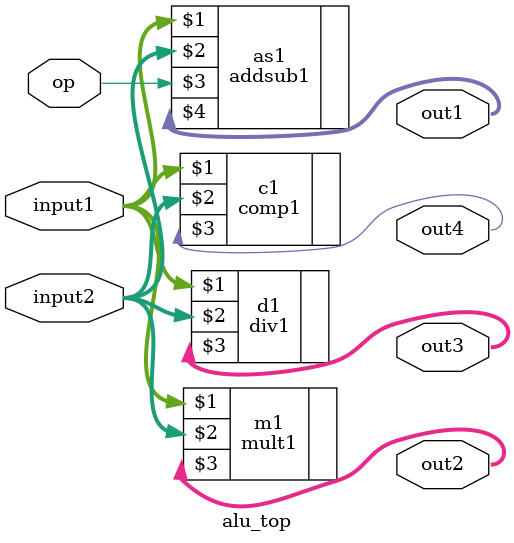
<source format=v>
`timescale 1ns / 1ps


module alu_top(input1, input2, op, out1, out2, out3, out4);
input [31:0] input1, input2;
input op;
output [31:0]out1, out2, out3;
output  out4;

addsub1 as1(input1, input2,op, out1);
mult1 m1(input1, input2, out2);
div1 d1(input1, input2, out3);
comp1 c1(input1, input2, out4);


endmodule

</source>
